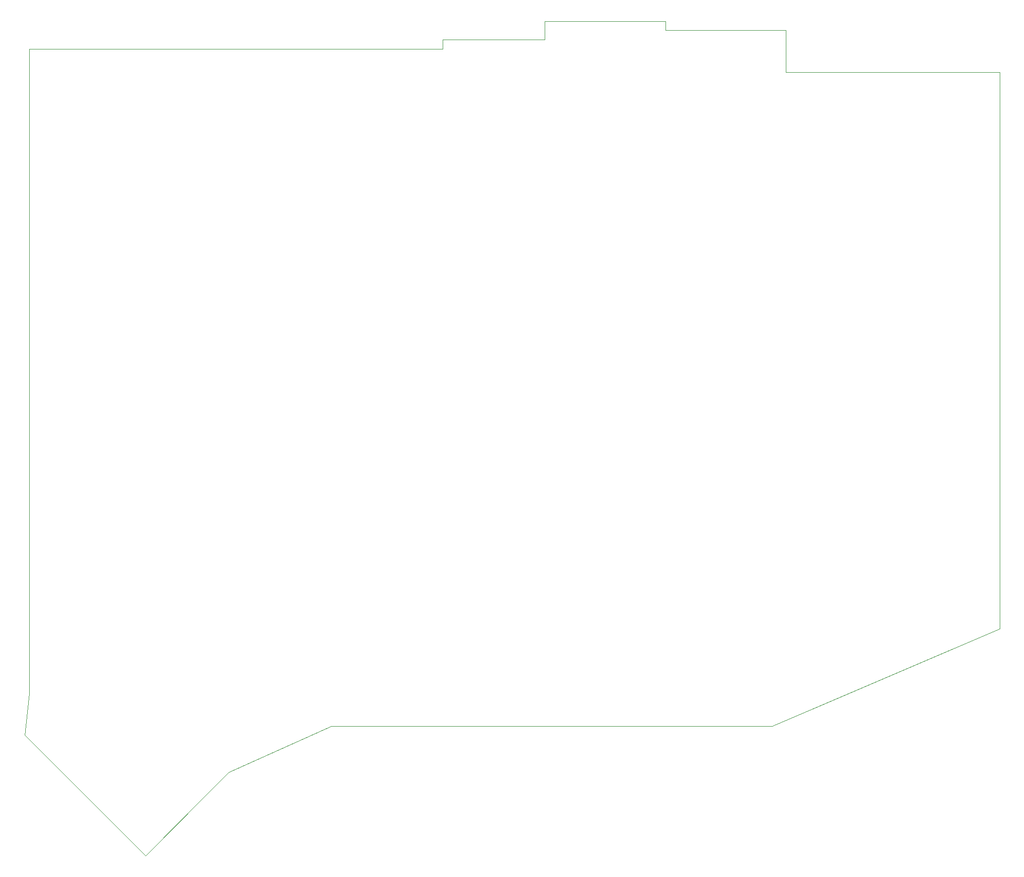
<source format=gbr>
%TF.GenerationSoftware,KiCad,Pcbnew,(6.0.1)*%
%TF.CreationDate,2022-02-14T18:22:42+08:00*%
%TF.ProjectId,Sofle_Extended,536f666c-655f-4457-9874-656e6465642e,rev?*%
%TF.SameCoordinates,Original*%
%TF.FileFunction,Profile,NP*%
%FSLAX46Y46*%
G04 Gerber Fmt 4.6, Leading zero omitted, Abs format (unit mm)*
G04 Created by KiCad (PCBNEW (6.0.1)) date 2022-02-14 18:22:42*
%MOMM*%
%LPD*%
G01*
G04 APERTURE LIST*
%TA.AperFunction,Profile*%
%ADD10C,0.100000*%
%TD*%
G04 APERTURE END LIST*
D10*
X95250000Y-160337500D02*
X112712500Y-152400000D01*
X227012500Y-40481250D02*
X190500000Y-40481250D01*
X91281250Y-164306250D02*
X95250000Y-160337500D01*
X112712500Y-152400000D02*
X188118750Y-152400000D01*
X61118750Y-146843750D02*
X60325000Y-153987500D01*
X80962500Y-174625000D02*
X91281250Y-164306250D01*
X190500000Y-33337500D02*
X169862500Y-33337500D01*
X169862500Y-31750000D02*
X149225000Y-31750000D01*
X149225000Y-31750000D02*
X149225000Y-34925000D01*
X227012500Y-135731250D02*
X227012500Y-40481250D01*
X95250000Y-36512500D02*
X61118750Y-36512500D01*
X131762500Y-36512500D02*
X131762500Y-34925000D01*
X95250000Y-36512500D02*
X131762500Y-36512500D01*
X188118750Y-152400000D02*
X227012500Y-135731250D01*
X60325000Y-153987500D02*
X80962500Y-174625000D01*
X61118750Y-36512500D02*
X61118750Y-146843750D01*
X149225000Y-34925000D02*
X131762500Y-34925000D01*
X190500000Y-40481250D02*
X190500000Y-33337500D01*
X169862500Y-33337500D02*
X169862500Y-31750000D01*
M02*

</source>
